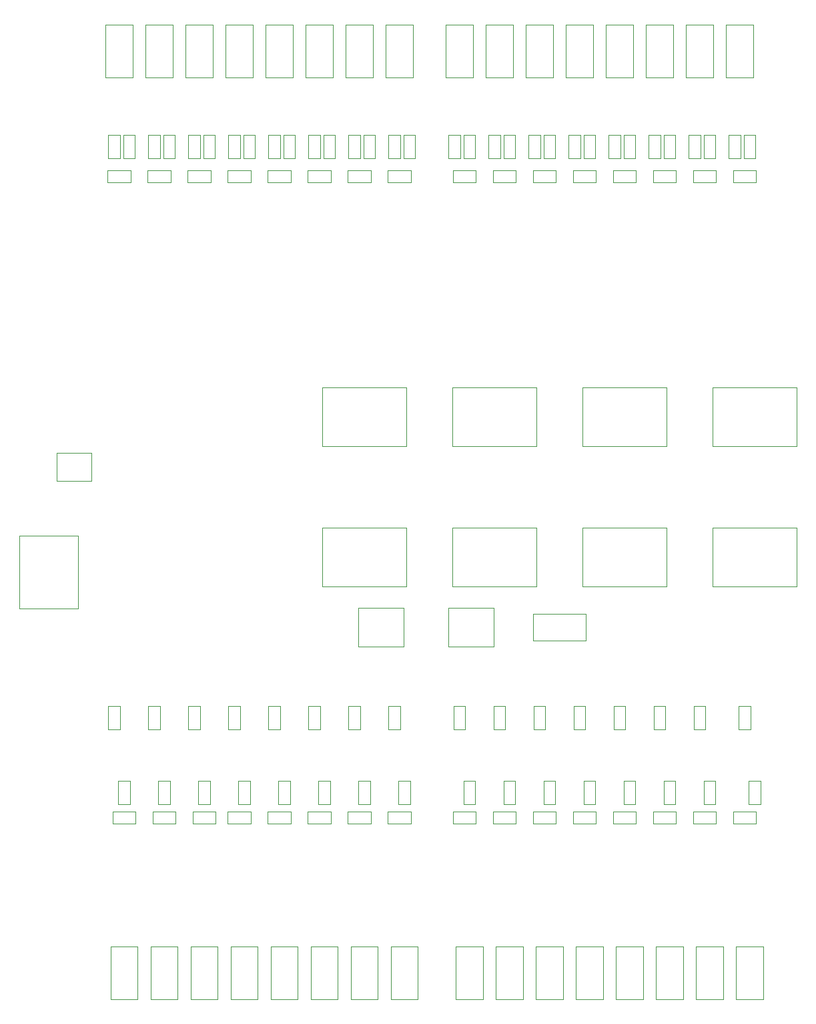
<source format=gbr>
G04 Easy-PC Gerber Version 25.0 Build 5877*
G04 #@! TF.Part,Single*
G04 #@! TF.FileFunction,Other,Daisies - Documentation*
G04 #@! TF.FilePolarity,Positive*
%FSLAX35Y35*%
%MOIN*%
%ADD13C,0.00197*%
%ADD14C,0.00394*%
G04 #@! TD.AperFunction*
X0Y0D02*
D02*
D13*
X123085Y290939D02*
X152415D01*
Y254561D01*
X123085D01*
Y290939D01*
X158911Y318163D02*
X141589D01*
Y332337D01*
X158911D01*
Y318163D01*
X166057Y519561D02*
Y545939D01*
X179443D01*
Y519561D01*
X166057D01*
X166943Y473203D02*
X178557D01*
Y467297D01*
X166943D01*
Y473203D01*
X167297Y194443D02*
Y206057D01*
X173203D01*
Y194443D01*
X167297D01*
X168557Y59561D02*
Y85939D01*
X181943D01*
Y59561D01*
X168557D01*
X169443Y153203D02*
X181057D01*
Y147297D01*
X169443D01*
Y153203D01*
X172297Y156943D02*
Y168557D01*
X178203D01*
Y156943D01*
X172297D01*
X173203Y491057D02*
Y479443D01*
X167297D01*
Y491057D01*
X173203D01*
X180703D02*
Y479443D01*
X174797D01*
Y491057D01*
X180703D01*
X186057Y519561D02*
Y545939D01*
X199443D01*
Y519561D01*
X186057D01*
X186943Y473203D02*
X198557D01*
Y467297D01*
X186943D01*
Y473203D01*
X187297Y194443D02*
Y206057D01*
X193203D01*
Y194443D01*
X187297D01*
X188557Y59561D02*
Y85939D01*
X201943D01*
Y59561D01*
X188557D01*
X189443Y153203D02*
X201057D01*
Y147297D01*
X189443D01*
Y153203D01*
X192297Y156943D02*
Y168557D01*
X198203D01*
Y156943D01*
X192297D01*
X193203Y491057D02*
Y479443D01*
X187297D01*
Y491057D01*
X193203D01*
X200703D02*
Y479443D01*
X194797D01*
Y491057D01*
X200703D01*
X206057Y519561D02*
Y545939D01*
X219443D01*
Y519561D01*
X206057D01*
X206943Y473203D02*
X218557D01*
Y467297D01*
X206943D01*
Y473203D01*
X207297Y194443D02*
Y206057D01*
X213203D01*
Y194443D01*
X207297D01*
X208557Y59561D02*
Y85939D01*
X221943D01*
Y59561D01*
X208557D01*
X209443Y153203D02*
X221057D01*
Y147297D01*
X209443D01*
Y153203D01*
X212297Y156943D02*
Y168557D01*
X218203D01*
Y156943D01*
X212297D01*
X213203Y491057D02*
Y479443D01*
X207297D01*
Y491057D01*
X213203D01*
X220703D02*
Y479443D01*
X214797D01*
Y491057D01*
X220703D01*
X226057Y519561D02*
Y545939D01*
X239443D01*
Y519561D01*
X226057D01*
X226943Y153203D02*
X238557D01*
Y147297D01*
X226943D01*
Y153203D01*
Y473203D02*
X238557D01*
Y467297D01*
X226943D01*
Y473203D01*
X227297Y194443D02*
Y206057D01*
X233203D01*
Y194443D01*
X227297D01*
X228557Y59561D02*
Y85939D01*
X241943D01*
Y59561D01*
X228557D01*
X232297Y156943D02*
Y168557D01*
X238203D01*
Y156943D01*
X232297D01*
X233203Y491057D02*
Y479443D01*
X227297D01*
Y491057D01*
X233203D01*
X240703D02*
Y479443D01*
X234797D01*
Y491057D01*
X240703D01*
X246057Y519561D02*
Y545939D01*
X259443D01*
Y519561D01*
X246057D01*
X246943Y153203D02*
X258557D01*
Y147297D01*
X246943D01*
Y153203D01*
Y473203D02*
X258557D01*
Y467297D01*
X246943D01*
Y473203D01*
X247297Y194443D02*
Y206057D01*
X253203D01*
Y194443D01*
X247297D01*
X248557Y59561D02*
Y85939D01*
X261943D01*
Y59561D01*
X248557D01*
X252297Y156943D02*
Y168557D01*
X258203D01*
Y156943D01*
X252297D01*
X253203Y491057D02*
Y479443D01*
X247297D01*
Y491057D01*
X253203D01*
X260703D02*
Y479443D01*
X254797D01*
Y491057D01*
X260703D01*
X266057Y519561D02*
Y545939D01*
X279443D01*
Y519561D01*
X266057D01*
X266943Y153203D02*
X278557D01*
Y147297D01*
X266943D01*
Y153203D01*
Y473203D02*
X278557D01*
Y467297D01*
X266943D01*
Y473203D01*
X267297Y194443D02*
Y206057D01*
X273203D01*
Y194443D01*
X267297D01*
X268557Y59561D02*
Y85939D01*
X281943D01*
Y59561D01*
X268557D01*
X272297Y156943D02*
Y168557D01*
X278203D01*
Y156943D01*
X272297D01*
X273203Y491057D02*
Y479443D01*
X267297D01*
Y491057D01*
X273203D01*
X274187Y265486D02*
Y295014D01*
X316313D01*
Y265486D01*
X274187D01*
X280703Y491057D02*
Y479443D01*
X274797D01*
Y491057D01*
X280703D01*
X286057Y519561D02*
Y545939D01*
X299443D01*
Y519561D01*
X286057D01*
X286943Y153203D02*
X298557D01*
Y147297D01*
X286943D01*
Y153203D01*
Y473203D02*
X298557D01*
Y467297D01*
X286943D01*
Y473203D01*
X287297Y194443D02*
Y206057D01*
X293203D01*
Y194443D01*
X287297D01*
X288557Y59561D02*
Y85939D01*
X301943D01*
Y59561D01*
X288557D01*
X292297Y156943D02*
Y168557D01*
X298203D01*
Y156943D01*
X292297D01*
X293203Y491057D02*
Y479443D01*
X287297D01*
Y491057D01*
X293203D01*
X300703D02*
Y479443D01*
X294797D01*
Y491057D01*
X300703D01*
X306057Y519561D02*
Y545939D01*
X319443D01*
Y519561D01*
X306057D01*
X306943Y153203D02*
X318557D01*
Y147297D01*
X306943D01*
Y153203D01*
Y473203D02*
X318557D01*
Y467297D01*
X306943D01*
Y473203D01*
X307297Y194443D02*
Y206057D01*
X313203D01*
Y194443D01*
X307297D01*
X308557Y59561D02*
Y85939D01*
X321943D01*
Y59561D01*
X308557D01*
X312297Y156943D02*
Y168557D01*
X318203D01*
Y156943D01*
X312297D01*
X313203Y491057D02*
Y479443D01*
X307297D01*
Y491057D01*
X313203D01*
X316313Y365014D02*
Y335486D01*
X274187D01*
Y365014D01*
X316313D01*
X320703Y491057D02*
Y479443D01*
X314797D01*
Y491057D01*
X320703D01*
X336057Y519561D02*
Y545939D01*
X349443D01*
Y519561D01*
X336057D01*
X339187Y265486D02*
Y295014D01*
X381313D01*
Y265486D01*
X339187D01*
X339443Y153203D02*
X351057D01*
Y147297D01*
X339443D01*
Y153203D01*
Y473203D02*
X351057D01*
Y467297D01*
X339443D01*
Y473203D01*
X339797Y194443D02*
Y206057D01*
X345703D01*
Y194443D01*
X339797D01*
X341057Y59561D02*
Y85939D01*
X354443D01*
Y59561D01*
X341057D01*
X343203Y491057D02*
Y479443D01*
X337297D01*
Y491057D01*
X343203D01*
X344797Y156943D02*
Y168557D01*
X350703D01*
Y156943D01*
X344797D01*
X350703Y491057D02*
Y479443D01*
X344797D01*
Y491057D01*
X350703D01*
X356057Y519561D02*
Y545939D01*
X369443D01*
Y519561D01*
X356057D01*
X359443Y153203D02*
X371057D01*
Y147297D01*
X359443D01*
Y153203D01*
Y473203D02*
X371057D01*
Y467297D01*
X359443D01*
Y473203D01*
X359797Y194443D02*
Y206057D01*
X365703D01*
Y194443D01*
X359797D01*
X361057Y59561D02*
Y85939D01*
X374443D01*
Y59561D01*
X361057D01*
X363203Y491057D02*
Y479443D01*
X357297D01*
Y491057D01*
X363203D01*
X364797Y156943D02*
Y168557D01*
X370703D01*
Y156943D01*
X364797D01*
X370703Y491057D02*
Y479443D01*
X364797D01*
Y491057D01*
X370703D01*
X376057Y519561D02*
Y545939D01*
X389443D01*
Y519561D01*
X376057D01*
X379443Y153203D02*
X391057D01*
Y147297D01*
X379443D01*
Y153203D01*
Y473203D02*
X391057D01*
Y467297D01*
X379443D01*
Y473203D01*
X379561Y251943D02*
X405939D01*
Y238557D01*
X379561D01*
Y251943D01*
X379797Y194443D02*
Y206057D01*
X385703D01*
Y194443D01*
X379797D01*
X381057Y59561D02*
Y85939D01*
X394443D01*
Y59561D01*
X381057D01*
X381313Y365014D02*
Y335486D01*
X339187D01*
Y365014D01*
X381313D01*
X383203Y491057D02*
Y479443D01*
X377297D01*
Y491057D01*
X383203D01*
X384797Y156943D02*
Y168557D01*
X390703D01*
Y156943D01*
X384797D01*
X390703Y491057D02*
Y479443D01*
X384797D01*
Y491057D01*
X390703D01*
X396057Y519561D02*
Y545939D01*
X409443D01*
Y519561D01*
X396057D01*
X399443Y153203D02*
X411057D01*
Y147297D01*
X399443D01*
Y153203D01*
Y473203D02*
X411057D01*
Y467297D01*
X399443D01*
Y473203D01*
X399797Y194443D02*
Y206057D01*
X405703D01*
Y194443D01*
X399797D01*
X401057Y59561D02*
Y85939D01*
X414443D01*
Y59561D01*
X401057D01*
X403203Y491057D02*
Y479443D01*
X397297D01*
Y491057D01*
X403203D01*
X404187Y265486D02*
Y295014D01*
X446313D01*
Y265486D01*
X404187D01*
X404797Y156943D02*
Y168557D01*
X410703D01*
Y156943D01*
X404797D01*
X410703Y491057D02*
Y479443D01*
X404797D01*
Y491057D01*
X410703D01*
X416057Y519561D02*
Y545939D01*
X429443D01*
Y519561D01*
X416057D01*
X419443Y153203D02*
X431057D01*
Y147297D01*
X419443D01*
Y153203D01*
Y473203D02*
X431057D01*
Y467297D01*
X419443D01*
Y473203D01*
X419797Y194443D02*
Y206057D01*
X425703D01*
Y194443D01*
X419797D01*
X421057Y59561D02*
Y85939D01*
X434443D01*
Y59561D01*
X421057D01*
X423203Y491057D02*
Y479443D01*
X417297D01*
Y491057D01*
X423203D01*
X424797Y156943D02*
Y168557D01*
X430703D01*
Y156943D01*
X424797D01*
X430703Y491057D02*
Y479443D01*
X424797D01*
Y491057D01*
X430703D01*
X436057Y519561D02*
Y545939D01*
X449443D01*
Y519561D01*
X436057D01*
X439443Y153203D02*
X451057D01*
Y147297D01*
X439443D01*
Y153203D01*
Y473203D02*
X451057D01*
Y467297D01*
X439443D01*
Y473203D01*
X439797Y194443D02*
Y206057D01*
X445703D01*
Y194443D01*
X439797D01*
X441057Y59561D02*
Y85939D01*
X454443D01*
Y59561D01*
X441057D01*
X443203Y491057D02*
Y479443D01*
X437297D01*
Y491057D01*
X443203D01*
X444797Y156943D02*
Y168557D01*
X450703D01*
Y156943D01*
X444797D01*
X446313Y365014D02*
Y335486D01*
X404187D01*
Y365014D01*
X446313D01*
X450703Y491057D02*
Y479443D01*
X444797D01*
Y491057D01*
X450703D01*
X456057Y519561D02*
Y545939D01*
X469443D01*
Y519561D01*
X456057D01*
X459443Y153203D02*
X471057D01*
Y147297D01*
X459443D01*
Y153203D01*
Y473203D02*
X471057D01*
Y467297D01*
X459443D01*
Y473203D01*
X459797Y194443D02*
Y206057D01*
X465703D01*
Y194443D01*
X459797D01*
X461057Y59561D02*
Y85939D01*
X474443D01*
Y59561D01*
X461057D01*
X463203Y491057D02*
Y479443D01*
X457297D01*
Y491057D01*
X463203D01*
X464797Y156943D02*
Y168557D01*
X470703D01*
Y156943D01*
X464797D01*
X469187Y265486D02*
Y295014D01*
X511313D01*
Y265486D01*
X469187D01*
X470703Y491057D02*
Y479443D01*
X464797D01*
Y491057D01*
X470703D01*
X476057Y519561D02*
Y545939D01*
X489443D01*
Y519561D01*
X476057D01*
X479443Y153203D02*
X491057D01*
Y147297D01*
X479443D01*
Y153203D01*
Y473203D02*
X491057D01*
Y467297D01*
X479443D01*
Y473203D01*
X481057Y59561D02*
Y85939D01*
X494443D01*
Y59561D01*
X481057D01*
X482297Y194443D02*
Y206057D01*
X488203D01*
Y194443D01*
X482297D01*
X483203Y491057D02*
Y479443D01*
X477297D01*
Y491057D01*
X483203D01*
X487297Y156943D02*
Y168557D01*
X493203D01*
Y156943D01*
X487297D01*
X490703Y491057D02*
Y479443D01*
X484797D01*
Y491057D01*
X490703D01*
X511313Y365014D02*
Y335486D01*
X469187D01*
Y365014D01*
X511313D01*
D02*
D14*
X292258Y254896D02*
X314896D01*
Y235604D01*
X292258D01*
Y254896D01*
X337258D02*
X359896D01*
Y235604D01*
X337258D01*
Y254896D01*
X0Y0D02*
M02*

</source>
